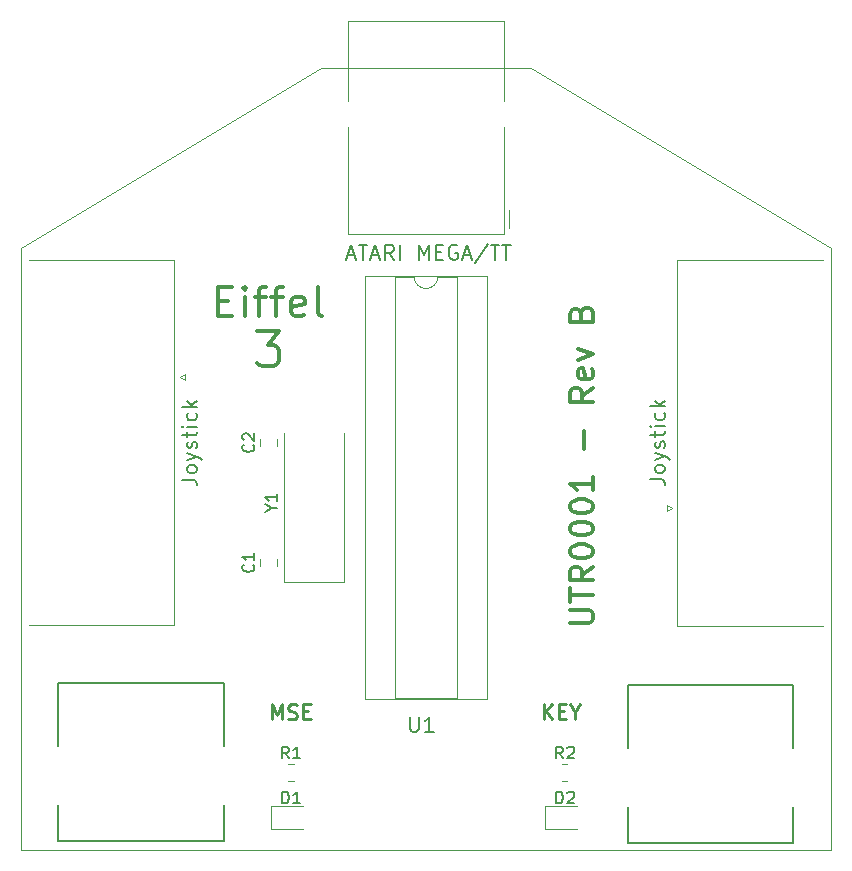
<source format=gbr>
%TF.GenerationSoftware,KiCad,Pcbnew,(6.0.4)*%
%TF.CreationDate,2022-06-08T19:20:38+01:00*%
%TF.ProjectId,Eiffel - Rev B,45696666-656c-4202-9d20-52657620422e,rev?*%
%TF.SameCoordinates,Original*%
%TF.FileFunction,Legend,Top*%
%TF.FilePolarity,Positive*%
%FSLAX46Y46*%
G04 Gerber Fmt 4.6, Leading zero omitted, Abs format (unit mm)*
G04 Created by KiCad (PCBNEW (6.0.4)) date 2022-06-08 19:20:38*
%MOMM*%
%LPD*%
G01*
G04 APERTURE LIST*
%TA.AperFunction,Profile*%
%ADD10C,0.100000*%
%TD*%
%ADD11C,0.300000*%
%ADD12C,0.150000*%
%ADD13C,0.254000*%
%ADD14C,0.120000*%
%ADD15C,0.100000*%
%ADD16C,0.200000*%
G04 APERTURE END LIST*
D10*
X71120000Y-85090000D02*
X96520000Y-69850000D01*
X139700000Y-136070000D02*
X139700000Y-85090000D01*
X71120000Y-85090000D02*
X71120000Y-136070000D01*
X71120000Y-136070000D02*
X138430000Y-136070000D01*
X114300000Y-69850000D02*
X139700000Y-85090000D01*
X138430000Y-136070000D02*
X139700000Y-136070000D01*
X96520000Y-69850000D02*
X114300000Y-69850000D01*
D11*
X117598961Y-116892314D02*
X119218009Y-116892314D01*
X119408485Y-116797076D01*
X119503723Y-116701838D01*
X119598961Y-116511361D01*
X119598961Y-116130409D01*
X119503723Y-115939933D01*
X119408485Y-115844695D01*
X119218009Y-115749457D01*
X117598961Y-115749457D01*
X117598961Y-115082790D02*
X117598961Y-113939933D01*
X119598961Y-114511361D02*
X117598961Y-114511361D01*
X119598961Y-112130409D02*
X118646580Y-112797076D01*
X119598961Y-113273266D02*
X117598961Y-113273266D01*
X117598961Y-112511361D01*
X117694200Y-112320885D01*
X117789438Y-112225647D01*
X117979914Y-112130409D01*
X118265628Y-112130409D01*
X118456104Y-112225647D01*
X118551342Y-112320885D01*
X118646580Y-112511361D01*
X118646580Y-113273266D01*
X117598961Y-110892314D02*
X117598961Y-110701838D01*
X117694200Y-110511361D01*
X117789438Y-110416123D01*
X117979914Y-110320885D01*
X118360866Y-110225647D01*
X118837057Y-110225647D01*
X119218009Y-110320885D01*
X119408485Y-110416123D01*
X119503723Y-110511361D01*
X119598961Y-110701838D01*
X119598961Y-110892314D01*
X119503723Y-111082790D01*
X119408485Y-111178028D01*
X119218009Y-111273266D01*
X118837057Y-111368504D01*
X118360866Y-111368504D01*
X117979914Y-111273266D01*
X117789438Y-111178028D01*
X117694200Y-111082790D01*
X117598961Y-110892314D01*
X117598961Y-108987552D02*
X117598961Y-108797076D01*
X117694200Y-108606600D01*
X117789438Y-108511361D01*
X117979914Y-108416123D01*
X118360866Y-108320885D01*
X118837057Y-108320885D01*
X119218009Y-108416123D01*
X119408485Y-108511361D01*
X119503723Y-108606600D01*
X119598961Y-108797076D01*
X119598961Y-108987552D01*
X119503723Y-109178028D01*
X119408485Y-109273266D01*
X119218009Y-109368504D01*
X118837057Y-109463742D01*
X118360866Y-109463742D01*
X117979914Y-109368504D01*
X117789438Y-109273266D01*
X117694200Y-109178028D01*
X117598961Y-108987552D01*
X117598961Y-107082790D02*
X117598961Y-106892314D01*
X117694200Y-106701838D01*
X117789438Y-106606600D01*
X117979914Y-106511361D01*
X118360866Y-106416123D01*
X118837057Y-106416123D01*
X119218009Y-106511361D01*
X119408485Y-106606600D01*
X119503723Y-106701838D01*
X119598961Y-106892314D01*
X119598961Y-107082790D01*
X119503723Y-107273266D01*
X119408485Y-107368504D01*
X119218009Y-107463742D01*
X118837057Y-107558980D01*
X118360866Y-107558980D01*
X117979914Y-107463742D01*
X117789438Y-107368504D01*
X117694200Y-107273266D01*
X117598961Y-107082790D01*
X119598961Y-104511361D02*
X119598961Y-105654219D01*
X119598961Y-105082790D02*
X117598961Y-105082790D01*
X117884676Y-105273266D01*
X118075152Y-105463742D01*
X118170390Y-105654219D01*
X118837057Y-102130409D02*
X118837057Y-100606600D01*
X119598961Y-96987552D02*
X118646580Y-97654219D01*
X119598961Y-98130409D02*
X117598961Y-98130409D01*
X117598961Y-97368504D01*
X117694200Y-97178028D01*
X117789438Y-97082790D01*
X117979914Y-96987552D01*
X118265628Y-96987552D01*
X118456104Y-97082790D01*
X118551342Y-97178028D01*
X118646580Y-97368504D01*
X118646580Y-98130409D01*
X119503723Y-95368504D02*
X119598961Y-95558980D01*
X119598961Y-95939933D01*
X119503723Y-96130409D01*
X119313247Y-96225647D01*
X118551342Y-96225647D01*
X118360866Y-96130409D01*
X118265628Y-95939933D01*
X118265628Y-95558980D01*
X118360866Y-95368504D01*
X118551342Y-95273266D01*
X118741819Y-95273266D01*
X118932295Y-96225647D01*
X118265628Y-94606600D02*
X119598961Y-94130409D01*
X118265628Y-93654219D01*
X118551342Y-90701838D02*
X118646580Y-90416123D01*
X118741819Y-90320885D01*
X118932295Y-90225647D01*
X119218009Y-90225647D01*
X119408485Y-90320885D01*
X119503723Y-90416123D01*
X119598961Y-90606600D01*
X119598961Y-91368504D01*
X117598961Y-91368504D01*
X117598961Y-90701838D01*
X117694200Y-90511361D01*
X117789438Y-90416123D01*
X117979914Y-90320885D01*
X118170390Y-90320885D01*
X118360866Y-90416123D01*
X118456104Y-90511361D01*
X118551342Y-90701838D01*
X118551342Y-91368504D01*
X91151200Y-92159342D02*
X93008342Y-92159342D01*
X92008342Y-93302200D01*
X92436914Y-93302200D01*
X92722628Y-93445057D01*
X92865485Y-93587914D01*
X93008342Y-93873628D01*
X93008342Y-94587914D01*
X92865485Y-94873628D01*
X92722628Y-95016485D01*
X92436914Y-95159342D01*
X91579771Y-95159342D01*
X91294057Y-95016485D01*
X91151200Y-94873628D01*
X87814685Y-89610428D02*
X88648019Y-89610428D01*
X89005161Y-90919952D02*
X87814685Y-90919952D01*
X87814685Y-88419952D01*
X89005161Y-88419952D01*
X90076590Y-90919952D02*
X90076590Y-89253285D01*
X90076590Y-88419952D02*
X89957542Y-88539000D01*
X90076590Y-88658047D01*
X90195638Y-88539000D01*
X90076590Y-88419952D01*
X90076590Y-88658047D01*
X90909923Y-89253285D02*
X91862304Y-89253285D01*
X91267066Y-90919952D02*
X91267066Y-88777095D01*
X91386114Y-88539000D01*
X91624209Y-88419952D01*
X91862304Y-88419952D01*
X92338495Y-89253285D02*
X93290876Y-89253285D01*
X92695638Y-90919952D02*
X92695638Y-88777095D01*
X92814685Y-88539000D01*
X93052780Y-88419952D01*
X93290876Y-88419952D01*
X95076590Y-90800904D02*
X94838495Y-90919952D01*
X94362304Y-90919952D01*
X94124209Y-90800904D01*
X94005161Y-90562809D01*
X94005161Y-89610428D01*
X94124209Y-89372333D01*
X94362304Y-89253285D01*
X94838495Y-89253285D01*
X95076590Y-89372333D01*
X95195638Y-89610428D01*
X95195638Y-89848523D01*
X94005161Y-90086619D01*
X96624209Y-90919952D02*
X96386114Y-90800904D01*
X96267066Y-90562809D01*
X96267066Y-88419952D01*
D12*
%TO.C,U1*%
X104061380Y-124831323D02*
X104061380Y-125859419D01*
X104121857Y-125980371D01*
X104182333Y-126040847D01*
X104303285Y-126101323D01*
X104545190Y-126101323D01*
X104666142Y-126040847D01*
X104726619Y-125980371D01*
X104787095Y-125859419D01*
X104787095Y-124831323D01*
X106057095Y-126101323D02*
X105331380Y-126101323D01*
X105694238Y-126101323D02*
X105694238Y-124831323D01*
X105573285Y-125012752D01*
X105452333Y-125133704D01*
X105331380Y-125194180D01*
%TO.C,C1*%
X90787142Y-111926666D02*
X90834761Y-111974285D01*
X90882380Y-112117142D01*
X90882380Y-112212380D01*
X90834761Y-112355238D01*
X90739523Y-112450476D01*
X90644285Y-112498095D01*
X90453809Y-112545714D01*
X90310952Y-112545714D01*
X90120476Y-112498095D01*
X90025238Y-112450476D01*
X89930000Y-112355238D01*
X89882380Y-112212380D01*
X89882380Y-112117142D01*
X89930000Y-111974285D01*
X89977619Y-111926666D01*
X90882380Y-110974285D02*
X90882380Y-111545714D01*
X90882380Y-111260000D02*
X89882380Y-111260000D01*
X90025238Y-111355238D01*
X90120476Y-111450476D01*
X90168095Y-111545714D01*
%TO.C,ATARI MEGA/TT*%
X98749152Y-85758866D02*
X99353914Y-85758866D01*
X98628200Y-86121723D02*
X99051533Y-84851723D01*
X99474866Y-86121723D01*
X99716771Y-84851723D02*
X100442485Y-84851723D01*
X100079628Y-86121723D02*
X100079628Y-84851723D01*
X100805342Y-85758866D02*
X101410104Y-85758866D01*
X100684390Y-86121723D02*
X101107723Y-84851723D01*
X101531057Y-86121723D01*
X102680104Y-86121723D02*
X102256771Y-85516961D01*
X101954390Y-86121723D02*
X101954390Y-84851723D01*
X102438200Y-84851723D01*
X102559152Y-84912200D01*
X102619628Y-84972676D01*
X102680104Y-85093628D01*
X102680104Y-85275057D01*
X102619628Y-85396009D01*
X102559152Y-85456485D01*
X102438200Y-85516961D01*
X101954390Y-85516961D01*
X103224390Y-86121723D02*
X103224390Y-84851723D01*
X104796771Y-86121723D02*
X104796771Y-84851723D01*
X105220104Y-85758866D01*
X105643438Y-84851723D01*
X105643438Y-86121723D01*
X106248199Y-85456485D02*
X106671533Y-85456485D01*
X106852961Y-86121723D02*
X106248199Y-86121723D01*
X106248199Y-84851723D01*
X106852961Y-84851723D01*
X108062485Y-84912200D02*
X107941533Y-84851723D01*
X107760104Y-84851723D01*
X107578676Y-84912200D01*
X107457723Y-85033152D01*
X107397247Y-85154104D01*
X107336771Y-85396009D01*
X107336771Y-85577438D01*
X107397247Y-85819342D01*
X107457723Y-85940295D01*
X107578676Y-86061247D01*
X107760104Y-86121723D01*
X107881057Y-86121723D01*
X108062485Y-86061247D01*
X108122961Y-86000771D01*
X108122961Y-85577438D01*
X107881057Y-85577438D01*
X108606771Y-85758866D02*
X109211533Y-85758866D01*
X108485819Y-86121723D02*
X108909152Y-84851723D01*
X109332485Y-86121723D01*
X110662961Y-84791247D02*
X109574390Y-86424104D01*
X110904866Y-84851723D02*
X111630580Y-84851723D01*
X111267723Y-86121723D02*
X111267723Y-84851723D01*
X111872485Y-84851723D02*
X112598199Y-84851723D01*
X112235342Y-86121723D02*
X112235342Y-84851723D01*
D13*
%TO.C,MSE*%
X92377380Y-125034523D02*
X92377380Y-123764523D01*
X92800714Y-124671666D01*
X93224047Y-123764523D01*
X93224047Y-125034523D01*
X93768333Y-124974047D02*
X93949761Y-125034523D01*
X94252142Y-125034523D01*
X94373095Y-124974047D01*
X94433571Y-124913571D01*
X94494047Y-124792619D01*
X94494047Y-124671666D01*
X94433571Y-124550714D01*
X94373095Y-124490238D01*
X94252142Y-124429761D01*
X94010238Y-124369285D01*
X93889285Y-124308809D01*
X93828809Y-124248333D01*
X93768333Y-124127380D01*
X93768333Y-124006428D01*
X93828809Y-123885476D01*
X93889285Y-123825000D01*
X94010238Y-123764523D01*
X94312619Y-123764523D01*
X94494047Y-123825000D01*
X95038333Y-124369285D02*
X95461666Y-124369285D01*
X95643095Y-125034523D02*
X95038333Y-125034523D01*
X95038333Y-123764523D01*
X95643095Y-123764523D01*
D12*
%TO.C,R2*%
X117005833Y-128342380D02*
X116672500Y-127866190D01*
X116434404Y-128342380D02*
X116434404Y-127342380D01*
X116815357Y-127342380D01*
X116910595Y-127390000D01*
X116958214Y-127437619D01*
X117005833Y-127532857D01*
X117005833Y-127675714D01*
X116958214Y-127770952D01*
X116910595Y-127818571D01*
X116815357Y-127866190D01*
X116434404Y-127866190D01*
X117386785Y-127437619D02*
X117434404Y-127390000D01*
X117529642Y-127342380D01*
X117767738Y-127342380D01*
X117862976Y-127390000D01*
X117910595Y-127437619D01*
X117958214Y-127532857D01*
X117958214Y-127628095D01*
X117910595Y-127770952D01*
X117339166Y-128342380D01*
X117958214Y-128342380D01*
%TO.C,Y1*%
X92346190Y-107156190D02*
X92822380Y-107156190D01*
X91822380Y-107489523D02*
X92346190Y-107156190D01*
X91822380Y-106822857D01*
X92822380Y-105965714D02*
X92822380Y-106537142D01*
X92822380Y-106251428D02*
X91822380Y-106251428D01*
X91965238Y-106346666D01*
X92060476Y-106441904D01*
X92108095Y-106537142D01*
%TO.C,D1*%
X93241904Y-132152380D02*
X93241904Y-131152380D01*
X93480000Y-131152380D01*
X93622857Y-131200000D01*
X93718095Y-131295238D01*
X93765714Y-131390476D01*
X93813333Y-131580952D01*
X93813333Y-131723809D01*
X93765714Y-131914285D01*
X93718095Y-132009523D01*
X93622857Y-132104761D01*
X93480000Y-132152380D01*
X93241904Y-132152380D01*
X94765714Y-132152380D02*
X94194285Y-132152380D01*
X94480000Y-132152380D02*
X94480000Y-131152380D01*
X94384761Y-131295238D01*
X94289523Y-131390476D01*
X94194285Y-131438095D01*
%TO.C,Joystick*%
X84750123Y-104739923D02*
X85657266Y-104739923D01*
X85838695Y-104800400D01*
X85959647Y-104921352D01*
X86020123Y-105102780D01*
X86020123Y-105223733D01*
X86020123Y-103953733D02*
X85959647Y-104074685D01*
X85899171Y-104135161D01*
X85778219Y-104195638D01*
X85415361Y-104195638D01*
X85294409Y-104135161D01*
X85233933Y-104074685D01*
X85173457Y-103953733D01*
X85173457Y-103772304D01*
X85233933Y-103651352D01*
X85294409Y-103590876D01*
X85415361Y-103530400D01*
X85778219Y-103530400D01*
X85899171Y-103590876D01*
X85959647Y-103651352D01*
X86020123Y-103772304D01*
X86020123Y-103953733D01*
X85173457Y-103107066D02*
X86020123Y-102804685D01*
X85173457Y-102502304D02*
X86020123Y-102804685D01*
X86322504Y-102925638D01*
X86382980Y-102986114D01*
X86443457Y-103107066D01*
X85959647Y-102078971D02*
X86020123Y-101958019D01*
X86020123Y-101716114D01*
X85959647Y-101595161D01*
X85838695Y-101534685D01*
X85778219Y-101534685D01*
X85657266Y-101595161D01*
X85596790Y-101716114D01*
X85596790Y-101897542D01*
X85536314Y-102018495D01*
X85415361Y-102078971D01*
X85354885Y-102078971D01*
X85233933Y-102018495D01*
X85173457Y-101897542D01*
X85173457Y-101716114D01*
X85233933Y-101595161D01*
X85173457Y-101171828D02*
X85173457Y-100688019D01*
X84750123Y-100990400D02*
X85838695Y-100990400D01*
X85959647Y-100929923D01*
X86020123Y-100808971D01*
X86020123Y-100688019D01*
X86020123Y-100264685D02*
X85173457Y-100264685D01*
X84750123Y-100264685D02*
X84810600Y-100325161D01*
X84871076Y-100264685D01*
X84810600Y-100204209D01*
X84750123Y-100264685D01*
X84871076Y-100264685D01*
X85959647Y-99115638D02*
X86020123Y-99236590D01*
X86020123Y-99478495D01*
X85959647Y-99599447D01*
X85899171Y-99659923D01*
X85778219Y-99720400D01*
X85415361Y-99720400D01*
X85294409Y-99659923D01*
X85233933Y-99599447D01*
X85173457Y-99478495D01*
X85173457Y-99236590D01*
X85233933Y-99115638D01*
X86020123Y-98571352D02*
X84750123Y-98571352D01*
X85536314Y-98450400D02*
X86020123Y-98087542D01*
X85173457Y-98087542D02*
X85657266Y-98571352D01*
%TO.C,D2*%
X116434404Y-132152380D02*
X116434404Y-131152380D01*
X116672500Y-131152380D01*
X116815357Y-131200000D01*
X116910595Y-131295238D01*
X116958214Y-131390476D01*
X117005833Y-131580952D01*
X117005833Y-131723809D01*
X116958214Y-131914285D01*
X116910595Y-132009523D01*
X116815357Y-132104761D01*
X116672500Y-132152380D01*
X116434404Y-132152380D01*
X117386785Y-131247619D02*
X117434404Y-131200000D01*
X117529642Y-131152380D01*
X117767738Y-131152380D01*
X117862976Y-131200000D01*
X117910595Y-131247619D01*
X117958214Y-131342857D01*
X117958214Y-131438095D01*
X117910595Y-131580952D01*
X117339166Y-132152380D01*
X117958214Y-132152380D01*
%TO.C,R1*%
X93813333Y-128342380D02*
X93480000Y-127866190D01*
X93241904Y-128342380D02*
X93241904Y-127342380D01*
X93622857Y-127342380D01*
X93718095Y-127390000D01*
X93765714Y-127437619D01*
X93813333Y-127532857D01*
X93813333Y-127675714D01*
X93765714Y-127770952D01*
X93718095Y-127818571D01*
X93622857Y-127866190D01*
X93241904Y-127866190D01*
X94765714Y-128342380D02*
X94194285Y-128342380D01*
X94480000Y-128342380D02*
X94480000Y-127342380D01*
X94384761Y-127485238D01*
X94289523Y-127580476D01*
X94194285Y-127628095D01*
%TO.C,C2*%
X90787142Y-101766666D02*
X90834761Y-101814285D01*
X90882380Y-101957142D01*
X90882380Y-102052380D01*
X90834761Y-102195238D01*
X90739523Y-102290476D01*
X90644285Y-102338095D01*
X90453809Y-102385714D01*
X90310952Y-102385714D01*
X90120476Y-102338095D01*
X90025238Y-102290476D01*
X89930000Y-102195238D01*
X89882380Y-102052380D01*
X89882380Y-101957142D01*
X89930000Y-101814285D01*
X89977619Y-101766666D01*
X89977619Y-101385714D02*
X89930000Y-101338095D01*
X89882380Y-101242857D01*
X89882380Y-101004761D01*
X89930000Y-100909523D01*
X89977619Y-100861904D01*
X90072857Y-100814285D01*
X90168095Y-100814285D01*
X90310952Y-100861904D01*
X90882380Y-101433333D01*
X90882380Y-100814285D01*
D13*
%TO.C,KEY*%
X115388571Y-125034523D02*
X115388571Y-123764523D01*
X116114285Y-125034523D02*
X115570000Y-124308809D01*
X116114285Y-123764523D02*
X115388571Y-124490238D01*
X116658571Y-124369285D02*
X117081904Y-124369285D01*
X117263333Y-125034523D02*
X116658571Y-125034523D01*
X116658571Y-123764523D01*
X117263333Y-123764523D01*
X118049523Y-124429761D02*
X118049523Y-125034523D01*
X117626190Y-123764523D02*
X118049523Y-124429761D01*
X118472857Y-123764523D01*
D12*
%TO.C,Joystick*%
X124374123Y-104714523D02*
X125281266Y-104714523D01*
X125462695Y-104775000D01*
X125583647Y-104895952D01*
X125644123Y-105077380D01*
X125644123Y-105198333D01*
X125644123Y-103928333D02*
X125583647Y-104049285D01*
X125523171Y-104109761D01*
X125402219Y-104170238D01*
X125039361Y-104170238D01*
X124918409Y-104109761D01*
X124857933Y-104049285D01*
X124797457Y-103928333D01*
X124797457Y-103746904D01*
X124857933Y-103625952D01*
X124918409Y-103565476D01*
X125039361Y-103505000D01*
X125402219Y-103505000D01*
X125523171Y-103565476D01*
X125583647Y-103625952D01*
X125644123Y-103746904D01*
X125644123Y-103928333D01*
X124797457Y-103081666D02*
X125644123Y-102779285D01*
X124797457Y-102476904D02*
X125644123Y-102779285D01*
X125946504Y-102900238D01*
X126006980Y-102960714D01*
X126067457Y-103081666D01*
X125583647Y-102053571D02*
X125644123Y-101932619D01*
X125644123Y-101690714D01*
X125583647Y-101569761D01*
X125462695Y-101509285D01*
X125402219Y-101509285D01*
X125281266Y-101569761D01*
X125220790Y-101690714D01*
X125220790Y-101872142D01*
X125160314Y-101993095D01*
X125039361Y-102053571D01*
X124978885Y-102053571D01*
X124857933Y-101993095D01*
X124797457Y-101872142D01*
X124797457Y-101690714D01*
X124857933Y-101569761D01*
X124797457Y-101146428D02*
X124797457Y-100662619D01*
X124374123Y-100965000D02*
X125462695Y-100965000D01*
X125583647Y-100904523D01*
X125644123Y-100783571D01*
X125644123Y-100662619D01*
X125644123Y-100239285D02*
X124797457Y-100239285D01*
X124374123Y-100239285D02*
X124434600Y-100299761D01*
X124495076Y-100239285D01*
X124434600Y-100178809D01*
X124374123Y-100239285D01*
X124495076Y-100239285D01*
X125583647Y-99090238D02*
X125644123Y-99211190D01*
X125644123Y-99453095D01*
X125583647Y-99574047D01*
X125523171Y-99634523D01*
X125402219Y-99695000D01*
X125039361Y-99695000D01*
X124918409Y-99634523D01*
X124857933Y-99574047D01*
X124797457Y-99453095D01*
X124797457Y-99211190D01*
X124857933Y-99090238D01*
X125644123Y-98545952D02*
X124374123Y-98545952D01*
X125160314Y-98425000D02*
X125644123Y-98062142D01*
X124797457Y-98062142D02*
X125281266Y-98545952D01*
D14*
%TO.C,U1*%
X102770000Y-87555000D02*
X102770000Y-123235000D01*
X108070000Y-123235000D02*
X108070000Y-87555000D01*
X110560000Y-123295000D02*
X110560000Y-87495000D01*
X100280000Y-123295000D02*
X110560000Y-123295000D01*
X108070000Y-87555000D02*
X106420000Y-87555000D01*
X102770000Y-123235000D02*
X108070000Y-123235000D01*
X100280000Y-87495000D02*
X100280000Y-123295000D01*
X110560000Y-87495000D02*
X100280000Y-87495000D01*
X104420000Y-87555000D02*
X102770000Y-87555000D01*
X104420000Y-87555000D02*
G75*
G03*
X106420000Y-87555000I1000000J0D01*
G01*
%TO.C,C1*%
X91375000Y-112021252D02*
X91375000Y-111498748D01*
X92845000Y-112021252D02*
X92845000Y-111498748D01*
%TO.C,ATARI MEGA/TT*%
X112010000Y-74910000D02*
X112010000Y-83930000D01*
X112480000Y-81930000D02*
X112480000Y-83460000D01*
D15*
X98810000Y-66050000D02*
X98810000Y-65930000D01*
D14*
X98810000Y-83930000D02*
X98810000Y-74910000D01*
X98810000Y-65930000D02*
X112010000Y-65930000D01*
D15*
X112010000Y-74980000D02*
X112010000Y-74910000D01*
D14*
X112010000Y-65930000D02*
X112010000Y-72710000D01*
X98810000Y-65930000D02*
X98810000Y-72710000D01*
X112010000Y-83930000D02*
X98810000Y-83930000D01*
D15*
X98810000Y-65940000D02*
X98810000Y-65930000D01*
D16*
%TO.C,MSE*%
X88280000Y-121920000D02*
X88280000Y-127320000D01*
X74280000Y-121920000D02*
X88280000Y-121920000D01*
X74280000Y-127320000D02*
X74280000Y-121920000D01*
X74280000Y-132320000D02*
X74280000Y-135320000D01*
X88280000Y-135320000D02*
X88280000Y-132320000D01*
X74280000Y-135320000D02*
X88280000Y-135320000D01*
D14*
%TO.C,R2*%
X116945436Y-128805000D02*
X117399564Y-128805000D01*
X116945436Y-130275000D02*
X117399564Y-130275000D01*
%TO.C,Y1*%
X93370000Y-113380000D02*
X98470000Y-113380000D01*
X98470000Y-113380000D02*
X98470000Y-100780000D01*
X93370000Y-100780000D02*
X93370000Y-113380000D01*
%TO.C,D1*%
X92295000Y-132390000D02*
X92295000Y-134310000D01*
X92295000Y-134310000D02*
X94980000Y-134310000D01*
X94980000Y-132390000D02*
X92295000Y-132390000D01*
%TO.C,Joystick*%
X85014638Y-95800000D02*
X85014638Y-96300000D01*
X84120300Y-86105000D02*
X84120300Y-117075000D01*
X71780300Y-86105000D02*
X84120300Y-86105000D01*
X85014638Y-96300000D02*
X84581625Y-96050000D01*
X84581625Y-96050000D02*
X85014638Y-95800000D01*
X84120300Y-117075000D02*
X71780300Y-117075000D01*
%TO.C,D2*%
X115487500Y-134310000D02*
X118172500Y-134310000D01*
X118172500Y-132390000D02*
X115487500Y-132390000D01*
X115487500Y-132390000D02*
X115487500Y-134310000D01*
%TO.C,R1*%
X93752936Y-128805000D02*
X94207064Y-128805000D01*
X93752936Y-130275000D02*
X94207064Y-130275000D01*
%TO.C,C2*%
X91375000Y-101861252D02*
X91375000Y-101338748D01*
X92845000Y-101861252D02*
X92845000Y-101338748D01*
D16*
%TO.C,KEY*%
X122510000Y-127500000D02*
X122510000Y-122100000D01*
X122510000Y-135500000D02*
X136510000Y-135500000D01*
X122510000Y-132500000D02*
X122510000Y-135500000D01*
X136510000Y-122100000D02*
X136510000Y-127500000D01*
X136510000Y-135500000D02*
X136510000Y-132500000D01*
X122510000Y-122100000D02*
X136510000Y-122100000D01*
D14*
%TO.C,Joystick*%
X126699700Y-117095000D02*
X126699700Y-86125000D01*
X125805362Y-107400000D02*
X125805362Y-106900000D01*
X125805362Y-106900000D02*
X126238375Y-107150000D01*
X126238375Y-107150000D02*
X125805362Y-107400000D01*
X126699700Y-86125000D02*
X139039700Y-86125000D01*
X139039700Y-117095000D02*
X126699700Y-117095000D01*
%TD*%
M02*

</source>
